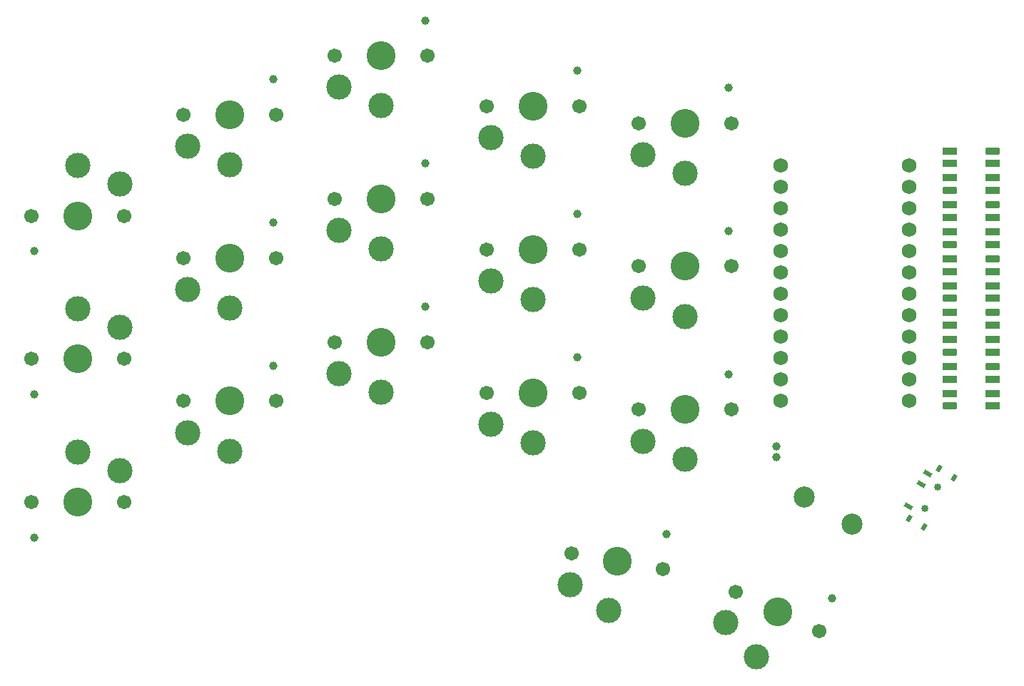
<source format=gts>
G04 #@! TF.GenerationSoftware,KiCad,Pcbnew,7.0.6*
G04 #@! TF.CreationDate,2024-09-20T23:29:42+02:00*
G04 #@! TF.ProjectId,KoalaKeeb_v0.2_left,4b6f616c-614b-4656-9562-5f76302e325f,rev?*
G04 #@! TF.SameCoordinates,Original*
G04 #@! TF.FileFunction,Soldermask,Top*
G04 #@! TF.FilePolarity,Negative*
%FSLAX46Y46*%
G04 Gerber Fmt 4.6, Leading zero omitted, Abs format (unit mm)*
G04 Created by KiCad (PCBNEW 7.0.6) date 2024-09-20 23:29:42*
%MOMM*%
%LPD*%
G01*
G04 APERTURE LIST*
G04 Aperture macros list*
%AMRoundRect*
0 Rectangle with rounded corners*
0 $1 Rounding radius*
0 $2 $3 $4 $5 $6 $7 $8 $9 X,Y pos of 4 corners*
0 Add a 4 corners polygon primitive as box body*
4,1,4,$2,$3,$4,$5,$6,$7,$8,$9,$2,$3,0*
0 Add four circle primitives for the rounded corners*
1,1,$1+$1,$2,$3*
1,1,$1+$1,$4,$5*
1,1,$1+$1,$6,$7*
1,1,$1+$1,$8,$9*
0 Add four rect primitives between the rounded corners*
20,1,$1+$1,$2,$3,$4,$5,0*
20,1,$1+$1,$4,$5,$6,$7,0*
20,1,$1+$1,$6,$7,$8,$9,0*
20,1,$1+$1,$8,$9,$2,$3,0*%
%AMRotRect*
0 Rectangle, with rotation*
0 The origin of the aperture is its center*
0 $1 length*
0 $2 width*
0 $3 Rotation angle, in degrees counterclockwise*
0 Add horizontal line*
21,1,$1,$2,0,0,$3*%
G04 Aperture macros list end*
%ADD10R,1.700000X0.820000*%
%ADD11RoundRect,0.205000X-0.645000X-0.205000X0.645000X-0.205000X0.645000X0.205000X-0.645000X0.205000X0*%
%ADD12C,1.701800*%
%ADD13C,3.000000*%
%ADD14C,3.429000*%
%ADD15C,0.990600*%
%ADD16C,2.500000*%
%ADD17C,0.850000*%
%ADD18RotRect,0.500000X1.000000X59.000000*%
%ADD19RotRect,0.500000X0.800000X149.000000*%
%ADD20C,1.000000*%
%ADD21C,1.752600*%
%ADD22RoundRect,0.205000X0.645000X0.205000X-0.645000X0.205000X-0.645000X-0.205000X0.645000X-0.205000X0*%
G04 APERTURE END LIST*
D10*
X273450000Y-49200000D03*
X273450000Y-47700000D03*
D11*
X278550000Y-47700000D03*
D10*
X278550000Y-49200000D03*
D12*
X236500000Y-55000000D03*
D13*
X237000000Y-58750000D03*
D14*
X242000000Y-55000000D03*
D13*
X242000000Y-60950000D03*
D15*
X247220000Y-50800000D03*
D12*
X247500000Y-55000000D03*
X228583557Y-89044935D03*
D13*
X228424781Y-92824788D03*
D14*
X234000000Y-90000000D03*
D13*
X232966793Y-95859606D03*
D15*
X239870019Y-86770251D03*
D12*
X239416443Y-90955065D03*
D10*
X273450000Y-68400000D03*
X273450000Y-66900000D03*
D11*
X278550000Y-66900000D03*
D10*
X278550000Y-68400000D03*
X273450000Y-42800000D03*
X273450000Y-41300000D03*
D11*
X278550000Y-41300000D03*
D10*
X278550000Y-42800000D03*
D16*
X261814583Y-85625000D03*
X256185417Y-82375000D03*
D10*
X273450000Y-55600000D03*
X273450000Y-54100000D03*
D11*
X278550000Y-54100000D03*
D10*
X278550000Y-55600000D03*
D12*
X218500000Y-36000000D03*
D13*
X219000000Y-39750000D03*
D14*
X224000000Y-36000000D03*
D13*
X224000000Y-41950000D03*
D15*
X229220000Y-31800000D03*
D12*
X229500000Y-36000000D03*
X236500000Y-72000000D03*
D13*
X237000000Y-75750000D03*
D14*
X242000000Y-72000000D03*
D13*
X242000000Y-77950000D03*
D15*
X247220000Y-67800000D03*
D12*
X247500000Y-72000000D03*
D10*
X273450000Y-62000000D03*
X273450000Y-60500000D03*
D11*
X278550000Y-60500000D03*
D10*
X278550000Y-62000000D03*
D12*
X175500000Y-49000000D03*
D13*
X175000000Y-45250000D03*
D14*
X170000000Y-49000000D03*
D13*
X170000000Y-43050000D03*
D15*
X164780000Y-53200000D03*
D12*
X164500000Y-49000000D03*
X182500000Y-71000000D03*
D13*
X183000000Y-74750000D03*
D14*
X188000000Y-71000000D03*
D13*
X188000000Y-76950000D03*
D15*
X193220000Y-66800000D03*
D12*
X193500000Y-71000000D03*
X200500000Y-47000000D03*
D13*
X201000000Y-50750000D03*
D14*
X206000000Y-47000000D03*
D13*
X206000000Y-52950000D03*
D15*
X211220000Y-42800000D03*
D12*
X211500000Y-47000000D03*
D17*
X270487443Y-83775751D03*
X272032557Y-81204249D03*
D18*
X268515405Y-83465806D03*
X270060519Y-80894304D03*
X270833076Y-79608553D03*
D19*
X272136856Y-78991983D03*
X273936907Y-80073563D03*
X270383144Y-85988017D03*
X268583093Y-84906437D03*
D12*
X248015307Y-93675600D03*
D13*
X246883643Y-97285563D03*
D14*
X253000000Y-96000000D03*
D13*
X250485421Y-101392531D03*
D15*
X259505923Y-94399575D03*
D12*
X257984693Y-98324400D03*
D20*
X252904000Y-77625000D03*
X252904000Y-76375000D03*
D12*
X175500000Y-66000000D03*
D13*
X175000000Y-62250000D03*
D14*
X170000000Y-66000000D03*
D13*
X170000000Y-60050000D03*
D15*
X164780000Y-70200000D03*
D12*
X164500000Y-66000000D03*
D21*
X253380000Y-43030000D03*
X253380000Y-45570000D03*
X253380000Y-48110000D03*
X253380000Y-50650000D03*
X253380000Y-53190000D03*
X253380000Y-55730000D03*
X253380000Y-58270000D03*
X253380000Y-60810000D03*
X253380000Y-63350000D03*
X253380000Y-65890000D03*
X253380000Y-68430000D03*
X253380000Y-70970000D03*
X268620000Y-70970000D03*
X268620000Y-68430000D03*
X268620000Y-65890000D03*
X268620000Y-63350000D03*
X268620000Y-60810000D03*
X268620000Y-58270000D03*
X268620000Y-55730000D03*
X268620000Y-53190000D03*
X268620000Y-50650000D03*
X268620000Y-48110000D03*
X268620000Y-45570000D03*
X268620000Y-43030000D03*
D12*
X200500000Y-64000000D03*
D13*
X201000000Y-67750000D03*
D14*
X206000000Y-64000000D03*
D13*
X206000000Y-69950000D03*
D15*
X211220000Y-59800000D03*
D12*
X211500000Y-64000000D03*
X200500000Y-30000000D03*
D13*
X201000000Y-33750000D03*
D14*
X206000000Y-30000000D03*
D13*
X206000000Y-35950000D03*
D15*
X211220000Y-25800000D03*
D12*
X211500000Y-30000000D03*
D10*
X278550000Y-57300000D03*
X278550000Y-58800000D03*
D22*
X273450000Y-58800000D03*
D10*
X273450000Y-57300000D03*
D12*
X236500000Y-38000000D03*
D13*
X237000000Y-41750000D03*
D14*
X242000000Y-38000000D03*
D13*
X242000000Y-43950000D03*
D15*
X247220000Y-33800000D03*
D12*
X247500000Y-38000000D03*
X218500000Y-70000000D03*
D13*
X219000000Y-73750000D03*
D14*
X224000000Y-70000000D03*
D13*
X224000000Y-75950000D03*
D15*
X229220000Y-65800000D03*
D12*
X229500000Y-70000000D03*
X182500000Y-37000000D03*
D13*
X183000000Y-40750000D03*
D14*
X188000000Y-37000000D03*
D13*
X188000000Y-42950000D03*
D15*
X193220000Y-32800000D03*
D12*
X193500000Y-37000000D03*
X182500000Y-54000000D03*
D13*
X183000000Y-57750000D03*
D14*
X188000000Y-54000000D03*
D13*
X188000000Y-59950000D03*
D15*
X193220000Y-49800000D03*
D12*
X193500000Y-54000000D03*
D10*
X278550000Y-44500000D03*
X278550000Y-46000000D03*
D22*
X273450000Y-46000000D03*
D10*
X273450000Y-44500000D03*
D12*
X218500000Y-53000000D03*
D13*
X219000000Y-56750000D03*
D14*
X224000000Y-53000000D03*
D13*
X224000000Y-58950000D03*
D15*
X229220000Y-48800000D03*
D12*
X229500000Y-53000000D03*
D10*
X278550000Y-50900000D03*
X278550000Y-52400000D03*
D22*
X273450000Y-52400000D03*
D10*
X273450000Y-50900000D03*
X278550000Y-63700000D03*
X278550000Y-65200000D03*
D22*
X273450000Y-65200000D03*
D10*
X273450000Y-63700000D03*
X278550000Y-70100000D03*
X278550000Y-71600000D03*
D22*
X273450000Y-71600000D03*
D10*
X273450000Y-70100000D03*
D12*
X175500000Y-83000000D03*
D13*
X175000000Y-79250000D03*
D14*
X170000000Y-83000000D03*
D13*
X170000000Y-77050000D03*
D15*
X164780000Y-87200000D03*
D12*
X164500000Y-83000000D03*
M02*

</source>
